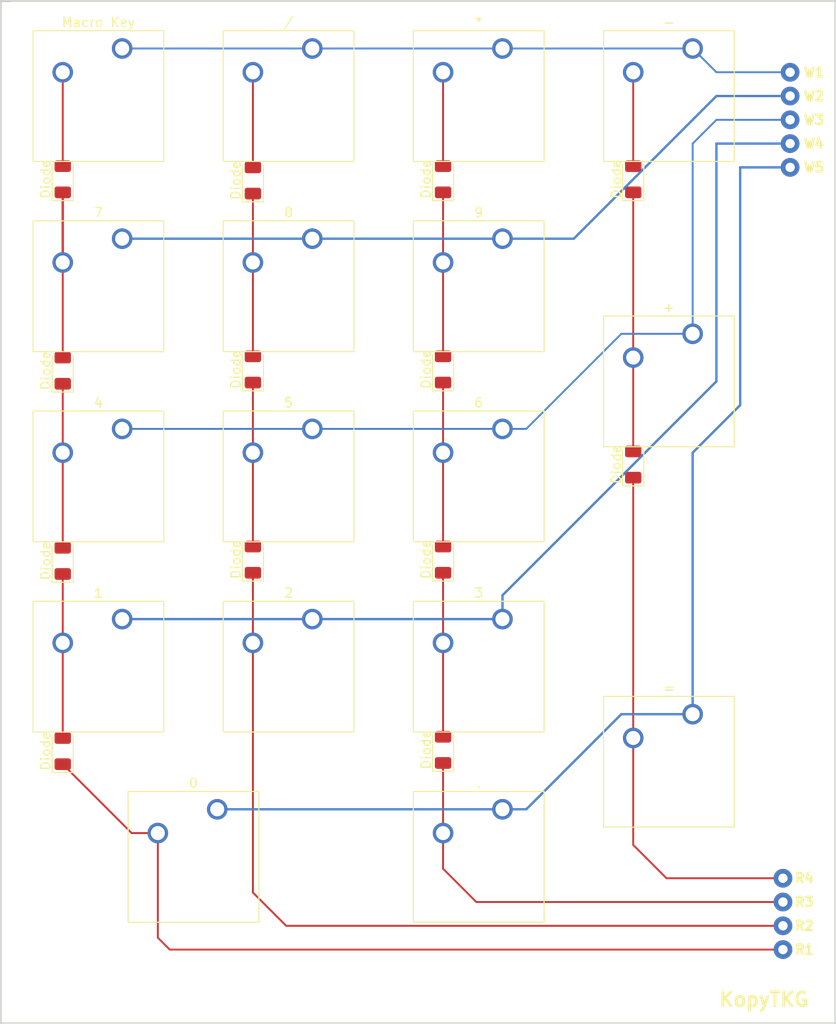
<source format=kicad_pcb>
(kicad_pcb (version 20211014) (generator pcbnew)
  (title_block (rev "2"))
  (layers (0 "F.Cu" signal) (31 "B.Cu" signal) (34 "B.Paste" user) (35 "F.Paste" user) (36 "B.SilkS" user "B.Silkscreen") (37 "F.SilkS" user "F.Silkscreen") (38 "B.Mask" user) (39 "F.Mask" user) (44 "Edge.Cuts" user))
  (net 0 "")
  (footprint "Button_Switch_Keyboard:SW_Cherry_MX_1.00u_Plate" (layer "F.Cu") (at 73.66 66.04)
    (fp_text reference "4" (at -2.54 -2.794) (layer "F.SilkS"))
    (fp_text value "SW_Cherry_MX_1.00u_Plate")
    (fp_line (start -9.525 12.065) (end -9.525 -1.905) (layer "F.SilkS") (width 0.12))
    (fp_line (start 4.445 -1.905) (end 4.445 12.065) (layer "F.SilkS") (width 0.12))
    (fp_line (start -9.525 -1.905) (end 4.445 -1.905) (layer "F.SilkS") (width 0.12))
    (fp_line (start 4.445 12.065) (end -9.525 12.065) (layer "F.SilkS") (width 0.12))
    (pad "" np_thru_hole circle (at -2.54 5.08) (size 4 4) (drill 4) (layers *.Cu *.Mask))
    (pad "1" thru_hole circle (at 0 0) (size 2.2 2.2) (drill 1.5) (layers *.Cu *.Mask))
    (pad "2" thru_hole circle (at -6.35 2.54) (size 2.2 2.2) (drill 1.5) (layers *.Cu *.Mask))
  )
  (footprint "Diode_SMD:D_1206_3216Metric" (layer "F.Cu") (at 67.31 100.46 90)
    (fp_text reference "Diode" (at 0 -1.82 90) (layer "F.SilkS"))
    (fp_text value "D_1206_3216Metric")
    (fp_line (start -2.285 -1.135) (end -2.285 1.135) (layer "F.SilkS") (width 0.12))
    (fp_line (start -2.285 1.135) (end 1.6 1.135) (layer "F.SilkS") (width 0.12))
    (fp_line (start 1.6 -1.135) (end -2.285 -1.135) (layer "F.SilkS") (width 0.12))
    (pad "1" smd roundrect (at -1.4 0 90) (size 1.25 1.75) (layers "F.Cu" "F.Paste" "F.Mask") (roundrect_rratio 0.2))
    (pad "2" smd roundrect (at 1.4 0 90) (size 1.25 1.75) (layers "F.Cu" "F.Paste" "F.Mask") (roundrect_rratio 0.2))
  )
  (footprint "Button_Switch_Keyboard:SW_Cherry_MX_1.00u_Plate" (layer "F.Cu") (at 73.66 45.72)
    (fp_text reference "7" (at -2.54 -2.794) (layer "F.SilkS"))
    (fp_text value "SW_Cherry_MX_1.00u_Plate")
    (fp_line (start -9.525 12.065) (end -9.525 -1.905) (layer "F.SilkS") (width 0.12))
    (fp_line (start 4.445 -1.905) (end 4.445 12.065) (layer "F.SilkS") (width 0.12))
    (fp_line (start 4.445 12.065) (end -9.525 12.065) (layer "F.SilkS") (width 0.12))
    (fp_line (start -9.525 -1.905) (end 4.445 -1.905) (layer "F.SilkS") (width 0.12))
    (pad "" np_thru_hole circle (at -2.54 5.08) (size 4 4) (drill 4) (layers *.Cu *.Mask))
    (pad "1" thru_hole circle (at 0 0) (size 2.2 2.2) (drill 1.5) (layers *.Cu *.Mask))
    (pad "2" thru_hole circle (at -6.35 2.54) (size 2.2 2.2) (drill 1.5) (layers *.Cu *.Mask))
  )
  (footprint "" (layer "F.Cu") (at 144.272 121.666)
    (fp_text reference "" (at 1.778 -0.254) (layer "F.SilkS") (effects (font (size 1.27 1.27))))
    (fp_text value "" (at 1.778 -0.254) (layer "F.SilkS") (effects (font (size 1.27 1.27))))
    (pad "1" thru_hole circle (at 0 0) (size 2 2) (drill 1) (layers *.Cu *.Mask))
  )
  (footprint "Button_Switch_Keyboard:SW_Cherry_MX_1.00u_Plate" (layer "F.Cu") (at 93.98 86.36)
    (fp_text reference "2" (at -2.54 -2.794) (layer "F.SilkS"))
    (fp_text value "SW_Cherry_MX_1.00u_Plate")
    (fp_line (start -9.525 -1.905) (end 4.445 -1.905) (layer "F.SilkS") (width 0.12))
    (fp_line (start 4.445 -1.905) (end 4.445 12.065) (layer "F.SilkS") (width 0.12))
    (fp_line (start 4.445 12.065) (end -9.525 12.065) (layer "F.SilkS") (width 0.12))
    (fp_line (start -9.525 12.065) (end -9.525 -1.905) (layer "F.SilkS") (width 0.12))
    (pad "" np_thru_hole circle (at -2.54 5.08) (size 4 4) (drill 4) (layers *.Cu *.Mask))
    (pad "1" thru_hole circle (at 0 0) (size 2.2 2.2) (drill 1.5) (layers *.Cu *.Mask))
    (pad "2" thru_hole circle (at -6.35 2.54) (size 2.2 2.2) (drill 1.5) (layers *.Cu *.Mask))
  )
  (footprint "" (layer "F.Cu") (at 145.034 35.56)
    (fp_text reference "" (at 4.572 -0.254) (layer "F.SilkS") (effects (font (size 1.27 1.27))))
    (fp_text value "" (at 4.572 -0.254) (layer "F.SilkS") (effects (font (size 1.27 1.27))))
    (pad "1" thru_hole circle (at 0 0) (size 2 2) (drill 1) (layers *.Cu *.Mask))
  )
  (footprint "" (layer "F.Cu") (at 145.034 38.1)
    (fp_text reference "" (at 4.572 -0.254) (layer "F.SilkS") (effects (font (size 1.27 1.27))))
    (fp_text value "" (at 4.572 -0.254) (layer "F.SilkS") (effects (font (size 1.27 1.27))))
    (pad "1" thru_hole circle (at 0 0) (size 2 2) (drill 1) (layers *.Cu *.Mask))
  )
  (footprint "Button_Switch_Keyboard:SW_Cherry_MX_2.00u_Vertical_Plate" (layer "F.Cu") (at 134.62 55.88)
    (fp_text reference "+" (at -2.54 -2.794) (layer "F.SilkS"))
    (fp_text value "SW_Cherry_MX_2.00u_Vertical_Plate")
    (fp_line (start -9.525 12.065) (end -9.525 -1.905) (layer "F.SilkS") (width 0.12))
    (fp_line (start -9.525 -1.905) (end 4.445 -1.905) (layer "F.SilkS") (width 0.12))
    (fp_line (start 4.445 12.065) (end -9.525 12.065) (layer "F.SilkS") (width 0.12))
    (fp_line (start 4.445 -1.905) (end 4.445 12.065) (layer "F.SilkS") (width 0.12))
    (pad "" np_thru_hole circle (at -2.54 5.08) (size 4 4) (drill 4) (layers *.Cu *.Mask))
    (pad "1" thru_hole circle (at 0 0) (size 2.2 2.2) (drill 1.5) (layers *.Cu *.Mask))
    (pad "2" thru_hole circle (at -6.35 2.54) (size 2.2 2.2) (drill 1.5) (layers *.Cu *.Mask))
  )
  (footprint "Diode_SMD:D_1206_3216Metric" (layer "F.Cu") (at 107.95 80.01 90)
    (fp_text reference "Diode" (at 0 -1.82 90) (layer "F.SilkS"))
    (fp_text value "D_1206_3216Metric")
    (fp_line (start -2.285 1.135) (end 1.6 1.135) (layer "F.SilkS") (width 0.12))
    (fp_line (start -2.285 -1.135) (end -2.285 1.135) (layer "F.SilkS") (width 0.12))
    (fp_line (start 1.6 -1.135) (end -2.285 -1.135) (layer "F.SilkS") (width 0.12))
    (pad "1" smd roundrect (at -1.4 0 90) (size 1.25 1.75) (layers "F.Cu" "F.Paste" "F.Mask") (roundrect_rratio 0.2))
    (pad "2" smd roundrect (at 1.4 0 90) (size 1.25 1.75) (layers "F.Cu" "F.Paste" "F.Mask") (roundrect_rratio 0.2))
  )
  (footprint "" (layer "F.Cu") (at 144.272 119.126)
    (fp_text reference "" (at 1.778 -0.254) (layer "F.SilkS") (effects (font (size 1.27 1.27))))
    (fp_text value "" (at 1.778 -0.254) (layer "F.SilkS") (effects (font (size 1.27 1.27))))
    (pad "1" thru_hole circle (at 0 0) (size 2 2) (drill 1) (layers *.Cu *.Mask))
  )
  (footprint "Diode_SMD:D_1206_3216Metric" (layer "F.Cu") (at 128.27 39.37 90)
    (fp_text reference "Diode" (at 0 -1.82 90) (layer "F.SilkS"))
    (fp_text value "D_1206_3216Metric")
    (fp_line (start 1.6 -1.135) (end -2.285 -1.135) (layer "F.SilkS") (width 0.12))
    (fp_line (start -2.285 -1.135) (end -2.285 1.135) (layer "F.SilkS") (width 0.12))
    (fp_line (start -2.285 1.135) (end 1.6 1.135) (layer "F.SilkS") (width 0.12))
    (pad "1" smd roundrect (at -1.4 0 90) (size 1.25 1.75) (layers "F.Cu" "F.Paste" "F.Mask") (roundrect_rratio 0.2))
    (pad "2" smd roundrect (at 1.4 0 90) (size 1.25 1.75) (layers "F.Cu" "F.Paste" "F.Mask") (roundrect_rratio 0.2))
  )
  (footprint "" (layer "F.Cu") (at 145.034 30.48)
    (fp_text reference "" (at 4.572 -0.254) (layer "F.SilkS") (effects (font (size 1.27 1.27))))
    (fp_text value "" (at 4.572 -0.254) (layer "F.SilkS") (effects (font (size 1.27 1.27))))
    (pad "1" thru_hole circle (at 0 0) (size 2 2) (drill 1) (layers *.Cu *.Mask))
  )
  (footprint "Diode_SMD:D_1206_3216Metric" (layer "F.Cu") (at 67.31 59.82 90)
    (fp_text reference "Diode" (at 0 -1.82 90) (layer "F.SilkS"))
    (fp_text value "D_1206_3216Metric")
    (fp_line (start 1.6 -1.135) (end -2.285 -1.135) (layer "F.SilkS") (width 0.12))
    (fp_line (start -2.285 1.135) (end 1.6 1.135) (layer "F.SilkS") (width 0.12))
    (fp_line (start -2.285 -1.135) (end -2.285 1.135) (layer "F.SilkS") (width 0.12))
    (pad "1" smd roundrect (at -1.4 0 90) (size 1.25 1.75) (layers "F.Cu" "F.Paste" "F.Mask") (roundrect_rratio 0.2))
    (pad "2" smd roundrect (at 1.4 0 90) (size 1.25 1.75) (layers "F.Cu" "F.Paste" "F.Mask") (roundrect_rratio 0.2))
  )
  (footprint "Diode_SMD:D_1206_3216Metric" (layer "F.Cu") (at 128.27 69.85 90)
    (fp_text reference "Diode" (at 0 -1.82 90) (layer "F.SilkS"))
    (fp_text value "D_1206_3216Metric")
    (fp_line (start -2.285 -1.135) (end -2.285 1.135) (layer "F.SilkS") (width 0.12))
    (fp_line (start -2.285 1.135) (end 1.6 1.135) (layer "F.SilkS") (width 0.12))
    (fp_line (start 1.6 -1.135) (end -2.285 -1.135) (layer "F.SilkS") (width 0.12))
    (pad "1" smd roundrect (at -1.4 0 90) (size 1.25 1.75) (layers "F.Cu" "F.Paste" "F.Mask") (roundrect_rratio 0.2))
    (pad "2" smd roundrect (at 1.4 0 90) (size 1.25 1.75) (layers "F.Cu" "F.Paste" "F.Mask") (roundrect_rratio 0.2))
  )
  (footprint "Diode_SMD:D_1206_3216Metric" (layer "F.Cu") (at 67.31 80.14 90)
    (fp_text reference "Diode" (at 0 -1.82 90) (layer "F.SilkS"))
    (fp_text value "D_1206_3216Metric")
    (fp_line (start 1.6 -1.135) (end -2.285 -1.135) (layer "F.SilkS") (width 0.12))
    (fp_line (start -2.285 -1.135) (end -2.285 1.135) (layer "F.SilkS") (width 0.12))
    (fp_line (start -2.285 1.135) (end 1.6 1.135) (layer "F.SilkS") (width 0.12))
    (pad "1" smd roundrect (at -1.4 0 90) (size 1.25 1.75) (layers "F.Cu" "F.Paste" "F.Mask") (roundrect_rratio 0.2))
    (pad "2" smd roundrect (at 1.4 0 90) (size 1.25 1.75) (layers "F.Cu" "F.Paste" "F.Mask") (roundrect_rratio 0.2))
  )
  (footprint "Button_Switch_Keyboard:SW_Cherry_MX_1.00u_Plate" (layer "F.Cu") (at 134.62 25.4)
    (fp_text reference "-" (at -2.54 -2.794) (layer "F.SilkS"))
    (fp_text value "SW_Cherry_MX_1.00u_Plate")
    (fp_line (start -9.525 -1.905) (end 4.445 -1.905) (layer "F.SilkS") (width 0.12))
    (fp_line (start -9.525 12.065) (end -9.525 -1.905) (layer "F.SilkS") (width 0.12))
    (fp_line (start 4.445 -1.905) (end 4.445 12.065) (layer "F.SilkS") (width 0.12))
    (fp_line (start 4.445 12.065) (end -9.525 12.065) (layer "F.SilkS") (width 0.12))
    (pad "" np_thru_hole circle (at -2.54 5.08) (size 4 4) (drill 4) (layers *.Cu *.Mask))
    (pad "1" thru_hole circle (at 0 0) (size 2.2 2.2) (drill 1.5) (layers *.Cu *.Mask))
    (pad "2" thru_hole circle (at -6.35 2.54) (size 2.2 2.2) (drill 1.5) (layers *.Cu *.Mask))
  )
  (footprint "Button_Switch_Keyboard:SW_Cherry_MX_1.00u_Plate" (layer "F.Cu") (at 114.3 25.4)
    (fp_text reference "*" (at -2.54 -2.794) (layer "F.SilkS"))
    (fp_text value "SW_Cherry_MX_1.00u_Plate")
    (fp_line (start -9.525 -1.905) (end 4.445 -1.905) (layer "F.SilkS") (width 0.12))
    (fp_line (start 4.445 12.065) (end -9.525 12.065) (layer "F.SilkS") (width 0.12))
    (fp_line (start -9.525 12.065) (end -9.525 -1.905) (layer "F.SilkS") (width 0.12))
    (fp_line (start 4.445 -1.905) (end 4.445 12.065) (layer "F.SilkS") (width 0.12))
    (pad "" np_thru_hole circle (at -2.54 5.08) (size 4 4) (drill 4) (layers *.Cu *.Mask))
    (pad "1" thru_hole circle (at 0 0) (size 2.2 2.2) (drill 1.5) (layers *.Cu *.Mask))
    (pad "2" thru_hole circle (at -6.35 2.54) (size 2.2 2.2) (drill 1.5) (layers *.Cu *.Mask))
  )
  (footprint "" (layer "F.Cu") (at 144.272 116.586)
    (fp_text reference "" (at 1.778 -0.254) (layer "F.SilkS") (effects (font (size 1.27 1.27))))
    (fp_text value "" (at 1.778 -0.254) (layer "F.SilkS") (effects (font (size 1.27 1.27))))
    (pad "1" thru_hole circle (at 0 0) (size 2 2) (drill 1) (layers *.Cu *.Mask))
  )
  (footprint "" (layer "F.Cu") (at 145.034 33.02)
    (fp_text reference "" (at 4.572 -0.254) (layer "F.SilkS") (effects (font (size 1.27 1.27))))
    (fp_text value "" (at 4.572 -0.254) (layer "F.SilkS") (effects (font (size 1.27 1.27))))
    (pad "1" thru_hole circle (at 0 0) (size 2 2) (drill 1) (layers *.Cu *.Mask))
  )
  (footprint "Button_Switch_Keyboard:SW_Cherry_MX_1.00u_Plate" (layer "F.Cu") (at 114.3 86.36)
    (fp_text reference "3" (at -2.54 -2.794) (layer "F.SilkS"))
    (fp_text value "SW_Cherry_MX_1.00u_Plate")
    (fp_line (start 4.445 12.065) (end -9.525 12.065) (layer "F.SilkS") (width 0.12))
    (fp_line (start -9.525 -1.905) (end 4.445 -1.905) (layer "F.SilkS") (width 0.12))
    (fp_line (start 4.445 -1.905) (end 4.445 12.065) (layer "F.SilkS") (width 0.12))
    (fp_line (start -9.525 12.065) (end -9.525 -1.905) (layer "F.SilkS") (width 0.12))
    (pad "" np_thru_hole circle (at -2.54 5.08) (size 4 4) (drill 4) (layers *.Cu *.Mask))
    (pad "1" thru_hole circle (at 0 0) (size 2.2 2.2) (drill 1.5) (layers *.Cu *.Mask))
    (pad "2" thru_hole circle (at -6.35 2.54) (size 2.2 2.2) (drill 1.5) (layers *.Cu *.Mask))
  )
  (footprint "Diode_SMD:D_1206_3216Metric" (layer "F.Cu") (at 67.31 39.37 90)
    (fp_text reference "Diode" (at 0 -1.82 90) (layer "F.SilkS"))
    (fp_text value "D_1206_3216Metric")
    (fp_line (start -2.285 -1.135) (end -2.285 1.135) (layer "F.SilkS") (width 0.12))
    (fp_line (start 1.6 -1.135) (end -2.285 -1.135) (layer "F.SilkS") (width 0.12))
    (fp_line (start -2.285 1.135) (end 1.6 1.135) (layer "F.SilkS") (width 0.12))
    (pad "1" smd roundrect (at -1.4 0 90) (size 1.25 1.75) (layers "F.Cu" "F.Paste" "F.Mask") (roundrect_rratio 0.2))
    (pad "2" smd roundrect (at 1.4 0 90) (size 1.25 1.75) (layers "F.Cu" "F.Paste" "F.Mask") (roundrect_rratio 0.2))
  )
  (footprint "Diode_SMD:D_1206_3216Metric" (layer "F.Cu") (at 87.63 80.01 90)
    (fp_text reference "Diode" (at 0 -1.82 90) (layer "F.SilkS"))
    (fp_text value "D_1206_3216Metric")
    (fp_line (start 1.6 -1.135) (end -2.285 -1.135) (layer "F.SilkS") (width 0.12))
    (fp_line (start -2.285 1.135) (end 1.6 1.135) (layer "F.SilkS") (width 0.12))
    (fp_line (start -2.285 -1.135) (end -2.285 1.135) (layer "F.SilkS") (width 0.12))
    (pad "1" smd roundrect (at -1.4 0 90) (size 1.25 1.75) (layers "F.Cu" "F.Paste" "F.Mask") (roundrect_rratio 0.2))
    (pad "2" smd roundrect (at 1.4 0 90) (size 1.25 1.75) (layers "F.Cu" "F.Paste" "F.Mask") (roundrect_rratio 0.2))
  )
  (footprint "Diode_SMD:D_1206_3216Metric" (layer "F.Cu") (at 107.95 59.69 90)
    (fp_text reference "Diode" (at 0 -1.82 90) (layer "F.SilkS"))
    (fp_text value "D_1206_3216Metric")
    (fp_line (start -2.285 1.135) (end 1.6 1.135) (layer "F.SilkS") (width 0.12))
    (fp_line (start -2.285 -1.135) (end -2.285 1.135) (layer "F.SilkS") (width 0.12))
    (fp_line (start 1.6 -1.135) (end -2.285 -1.135) (layer "F.SilkS") (width 0.12))
    (pad "1" smd roundrect (at -1.4 0 90) (size 1.25 1.75) (layers "F.Cu" "F.Paste" "F.Mask") (roundrect_rratio 0.2))
    (pad "2" smd roundrect (at 1.4 0 90) (size 1.25 1.75) (layers "F.Cu" "F.Paste" "F.Mask") (roundrect_rratio 0.2))
  )
  (footprint "Diode_SMD:D_1206_3216Metric" (layer "F.Cu") (at 87.63 39.5 90)
    (fp_text reference "Diode" (at 0 -1.82 90) (layer "F.SilkS"))
    (fp_text value "D_1206_3216Metric")
    (fp_line (start -2.285 -1.135) (end -2.285 1.135) (layer "F.SilkS") (width 0.12))
    (fp_line (start 1.6 -1.135) (end -2.285 -1.135) (layer "F.SilkS") (width 0.12))
    (fp_line (start -2.285 1.135) (end 1.6 1.135) (layer "F.SilkS") (width 0.12))
    (pad "1" smd roundrect (at -1.4 0 90) (size 1.25 1.75) (layers "F.Cu" "F.Paste" "F.Mask") (roundrect_rratio 0.2))
    (pad "2" smd roundrect (at 1.4 0 90) (size 1.25 1.75) (layers "F.Cu" "F.Paste" "F.Mask") (roundrect_rratio 0.2))
  )
  (footprint "Button_Switch_Keyboard:SW_Cherry_MX_1.00u_Plate" (layer "F.Cu") (at 114.3 66.04)
    (fp_text reference "6" (at -2.54 -2.794) (layer "F.SilkS"))
    (fp_text value "SW_Cherry_MX_1.00u_Plate")
    (fp_line (start -9.525 -1.905) (end 4.445 -1.905) (layer "F.SilkS") (width 0.12))
    (fp_line (start 4.445 -1.905) (end 4.445 12.065) (layer "F.SilkS") (width 0.12))
    (fp_line (start -9.525 12.065) (end -9.525 -1.905) (layer "F.SilkS") (width 0.12))
    (fp_line (start 4.445 12.065) (end -9.525 12.065) (layer "F.SilkS") (width 0.12))
    (pad "" np_thru_hole circle (at -2.54 5.08) (size 4 4) (drill 4) (layers *.Cu *.Mask))
    (pad "1" thru_hole circle (at 0 0) (size 2.2 2.2) (drill 1.5) (layers *.Cu *.Mask))
    (pad "2" thru_hole circle (at -6.35 2.54) (size 2.2 2.2) (drill 1.5) (layers *.Cu *.Mask))
  )
  (footprint "Button_Switch_Keyboard:SW_Cherry_MX_2.00u_Vertical_Plate" (layer "F.Cu") (at 134.62 96.52)
    (fp_text reference "=" (at -2.54 -2.794) (layer "F.SilkS"))
    (fp_text value "SW_Cherry_MX_2.00u_Vertical_Plate")
    (fp_line (start -9.525 12.065) (end -9.525 -1.905) (layer "F.SilkS") (width 0.12))
    (fp_line (start -9.525 -1.905) (end 4.445 -1.905) (layer "F.SilkS") (width 0.12))
    (fp_line (start 4.445 12.065) (end -9.525 12.065) (layer "F.SilkS") (width 0.12))
    (fp_line (start 4.445 -1.905) (end 4.445 12.065) (layer "F.SilkS") (width 0.12))
    (pad "" np_thru_hole circle (at -2.54 5.08) (size 4 4) (drill 4) (layers *.Cu *.Mask))
    (pad "1" thru_hole circle (at 0 0) (size 2.2 2.2) (drill 1.5) (layers *.Cu *.Mask))
    (pad "2" thru_hole circle (at -6.35 2.54) (size 2.2 2.2) (drill 1.5) (layers *.Cu *.Mask))
  )
  (footprint "" (layer "F.Cu") (at 144.272 114.046)
    (fp_text reference "" (at 1.778 -0.254) (layer "F.SilkS") (effects (font (size 1.27 1.27))))
    (fp_text value "" (at 1.778 -0.254) (layer "F.SilkS") (effects (font (size 1.27 1.27))))
    (pad "1" thru_hole circle (at 0 0) (size 2 2) (drill 1) (layers *.Cu *.Mask))
  )
  (footprint "Button_Switch_Keyboard:SW_Cherry_MX_1.75u_Plate" (layer "F.Cu") (at 83.82 106.68)
    (fp_text reference "0" (at -2.54 -2.794) (layer "F.SilkS"))
    (fp_text value "SW_Cherry_MX_1.75u_Plate")
    (fp_line (start 4.445 12.065) (end -9.525 12.065) (layer "F.SilkS") (width 0.12))
    (fp_line (start -9.525 12.065) (end -9.525 -1.905) (layer "F.SilkS") (width 0.12))
    (fp_line (start -9.525 -1.905) (end 4.445 -1.905) (layer "F.SilkS") (width 0.12))
    (fp_line (start 4.445 -1.905) (end 4.445 12.065) (layer "F.SilkS") (width 0.12))
    (pad "" np_thru_hole circle (at -2.54 5.08) (size 4 4) (drill 4) (layers *.Cu *.Mask))
    (pad "1" thru_hole circle (at 0 0) (size 2.2 2.2) (drill 1.5) (layers *.Cu *.Mask))
    (pad "2" thru_hole circle (at -6.35 2.54) (size 2.2 2.2) (drill 1.5) (layers *.Cu *.Mask))
  )
  (footprint "Diode_SMD:D_1206_3216Metric" (layer "F.Cu") (at 107.95 100.33 90)
    (fp_text reference "Diode" (at 0 -1.82 90) (layer "F.SilkS"))
    (fp_text value "D_1206_3216Metric")
    (fp_line (start -2.285 1.135) (end 1.6 1.135) (layer "F.SilkS") (width 0.12))
    (fp_line (start 1.6 -1.135) (end -2.285 -1.135) (layer "F.SilkS") (width 0.12))
    (fp_line (start -2.285 -1.135) (end -2.285 1.135) (layer "F.SilkS") (width 0.12))
    (pad "1" smd roundrect (at -1.4 0 90) (size 1.25 1.75) (layers "F.Cu" "F.Paste" "F.Mask") (roundrect_rratio 0.2))
    (pad "2" smd roundrect (at 1.4 0 90) (size 1.25 1.75) (layers "F.Cu" "F.Paste" "F.Mask") (roundrect_rratio 0.2))
  )
  (footprint "Diode_SMD:D_1206_3216Metric" (layer "F.Cu") (at 107.95 39.37 90)
    (fp_text reference "Diode" (at 0 -1.82 90) (layer "F.SilkS"))
    (fp_text value "D_1206_3216Metric")
    (fp_line (start -2.285 -1.135) (end -2.285 1.135) (layer "F.SilkS") (width 0.12))
    (fp_line (start 1.6 -1.135) (end -2.285 -1.135) (layer "F.SilkS") (width 0.12))
    (fp_line (start -2.285 1.135) (end 1.6 1.135) (layer "F.SilkS") (width 0.12))
    (pad "1" smd roundrect (at -1.4 0 90) (size 1.25 1.75) (layers "F.Cu" "F.Paste" "F.Mask") (roundrect_rratio 0.2))
    (pad "2" smd roundrect (at 1.4 0 90) (size 1.25 1.75) (layers "F.Cu" "F.Paste" "F.Mask") (roundrect_rratio 0.2))
  )
  (footprint "Button_Switch_Keyboard:SW_Cherry_MX_1.00u_Plate" (layer "F.Cu") (at 93.98 45.72)
    (fp_text reference "8" (at -2.54 -2.794) (layer "F.SilkS"))
    (fp_text value "SW_Cherry_MX_1.00u_Plate")
    (fp_line (start 4.445 -1.905) (end 4.445 12.065) (layer "F.SilkS") (width 0.12))
    (fp_line (start -9.525 -1.905) (end 4.445 -1.905) (layer "F.SilkS") (width 0.12))
    (fp_line (start -9.525 12.065) (end -9.525 -1.905) (layer "F.SilkS") (width 0.12))
    (fp_line (start 4.445 12.065) (end -9.525 12.065) (layer "F.SilkS") (width 0.12))
    (pad "" np_thru_hole circle (at -2.54 5.08) (size 4 4) (drill 4) (layers *.Cu *.Mask))
    (pad "1" thru_hole circle (at 0 0) (size 2.2 2.2) (drill 1.5) (layers *.Cu *.Mask))
    (pad "2" thru_hole circle (at -6.35 2.54) (size 2.2 2.2) (drill 1.5) (layers *.Cu *.Mask))
  )
  (footprint "Diode_SMD:D_1206_3216Metric" (layer "F.Cu") (at 87.63 59.69 90)
    (fp_text reference "Diode" (at 0 -1.82 90) (layer "F.SilkS"))
    (fp_text value "D_1206_3216Metric")
    (fp_line (start 1.6 -1.135) (end -2.285 -1.135) (layer "F.SilkS") (width 0.12))
    (fp_line (start -2.285 -1.135) (end -2.285 1.135) (layer "F.SilkS") (width 0.12))
    (fp_line (start -2.285 1.135) (end 1.6 1.135) (layer "F.SilkS") (width 0.12))
    (pad "1" smd roundrect (at -1.4 0 90) (size 1.25 1.75) (layers "F.Cu" "F.Paste" "F.Mask") (roundrect_rratio 0.2))
    (pad "2" smd roundrect (at 1.4 0 90) (size 1.25 1.75) (layers "F.Cu" "F.Paste" "F.Mask") (roundrect_rratio 0.2))
  )
  (footprint "Button_Switch_Keyboard:SW_Cherry_MX_1.00u_Plate" (layer "F.Cu") (at 114.3 106.68)
    (fp_text reference "." (at -2.54 -2.794) (layer "F.SilkS"))
    (fp_text value "SW_Cherry_MX_1.00u_Plate")
    (fp_line (start 4.445 -1.905) (end 4.445 12.065) (layer "F.SilkS") (width 0.12))
    (fp_line (start 4.445 12.065) (end -9.525 12.065) (layer "F.SilkS") (width 0.12))
    (fp_line (start -9.525 -1.905) (end 4.445 -1.905) (layer "F.SilkS") (width 0.12))
    (fp_line (start -9.525 12.065) (end -9.525 -1.905) (layer "F.SilkS") (width 0.12))
    (pad "" np_thru_hole circle (at -2.54 5.08) (size 4 4) (drill 4) (layers *.Cu *.Mask))
    (pad "1" thru_hole circle (at 0 0) (size 2.2 2.2) (drill 1.5) (layers *.Cu *.Mask))
    (pad "2" thru_hole circle (at -6.35 2.54) (size 2.2 2.2) (drill 1.5) (layers *.Cu *.Mask))
  )
  (footprint "Button_Switch_Keyboard:SW_Cherry_MX_1.00u_Plate" (layer "F.Cu") (at 93.98 66.04)
    (fp_text reference "5" (at -2.54 -2.794) (layer "F.SilkS"))
    (fp_text value "SW_Cherry_MX_1.00u_Plate")
    (fp_line (start -9.525 12.065) (end -9.525 -1.905) (layer "F.SilkS") (width 0.12))
    (fp_line (start -9.525 -1.905) (end 4.445 -1.905) (layer "F.SilkS") (width 0.12))
    (fp_line (start 4.445 12.065) (end -9.525 12.065) (layer "F.SilkS") (width 0.12))
    (fp_line (start 4.445 -1.905) (end 4.445 12.065) (layer "F.SilkS") (width 0.12))
    (pad "" np_thru_hole circle (at -2.54 5.08) (size 4 4) (drill 4) (layers *.Cu *.Mask))
    (pad "1" thru_hole circle (at 0 0) (size 2.2 2.2) (drill 1.5) (layers *.Cu *.Mask))
    (pad "2" thru_hole circle (at -6.35 2.54) (size 2.2 2.2) (drill 1.5) (layers *.Cu *.Mask))
  )
  (footprint "Button_Switch_Keyboard:SW_Cherry_MX_1.00u_Plate" (layer "F.Cu") (at 73.66 25.4)
    (fp_text reference "Macro Key" (at -2.54 -2.794) (layer "F.SilkS"))
    (fp_text value "SW_Cherry_MX_1.00u_Plate")
    (fp_line (start -9.525 -1.905) (end 4.445 -1.905) (layer "F.SilkS") (width 0.12))
    (fp_line (start 4.445 12.065) (end -9.525 12.065) (layer "F.SilkS") (width 0.12))
    (fp_line (start 4.445 -1.905) (end 4.445 12.065) (layer "F.SilkS") (width 0.12))
    (fp_line (start -9.525 12.065) (end -9.525 -1.905) (layer "F.SilkS") (width 0.12))
    (pad "" np_thru_hole circle (at -2.54 5.08) (size 4 4) (drill 4) (layers *.Cu *.Mask))
    (pad "1" thru_hole circle (at 0 0) (size 2.2 2.2) (drill 1.5) (layers *.Cu *.Mask))
    (pad "2" thru_hole circle (at -6.35 2.54) (size 2.2 2.2) (drill 1.5) (layers *.Cu *.Mask))
  )
  (footprint "Button_Switch_Keyboard:SW_Cherry_MX_1.00u_Plate" (layer "F.Cu") (at 73.66 86.36)
    (fp_text reference "1" (at -2.54 -2.794) (layer "F.SilkS"))
    (fp_text value "SW_Cherry_MX_1.00u_Plate")
    (fp_line (start -9.525 12.065) (end -9.525 -1.905) (layer "F.SilkS") (width 0.12))
    (fp_line (start -9.525 -1.905) (end 4.445 -1.905) (layer "F.SilkS") (width 0.12))
    (fp_line (start 4.445 12.065) (end -9.525 12.065) (layer "F.SilkS") (width 0.12))
    (fp_line (start 4.445 -1.905) (end 4.445 12.065) (layer "F.SilkS") (width 0.12))
    (pad "" np_thru_hole circle (at -2.54 5.08) (size 4 4) (drill 4) (layers *.Cu *.Mask))
    (pad "1" thru_hole circle (at 0 0) (size 2.2 2.2) (drill 1.5) (layers *.Cu *.Mask))
    (pad "2" thru_hole circle (at -6.35 2.54) (size 2.2 2.2) (drill 1.5) (layers *.Cu *.Mask))
  )
  (footprint "Button_Switch_Keyboard:SW_Cherry_MX_1.00u_Plate" (layer "F.Cu") (at 114.3 45.72)
    (fp_text reference "9" (at -2.54 -2.794) (layer "F.SilkS"))
    (fp_text value "SW_Cherry_MX_1.00u_Plate")
    (fp_line (start 4.445 12.065) (end -9.525 12.065) (layer "F.SilkS") (width 0.12))
    (fp_line (start -9.525 12.065) (end -9.525 -1.905) (layer "F.SilkS") (width 0.12))
    (fp_line (start -9.525 -1.905) (end 4.445 -1.905) (layer "F.SilkS") (width 0.12))
    (fp_line (start 4.445 -1.905) (end 4.445 12.065) (layer "F.SilkS") (width 0.12))
    (pad "" np_thru_hole circle (at -2.54 5.08) (size 4 4) (drill 4) (layers *.Cu *.Mask))
    (pad "1" thru_hole circle (at 0 0) (size 2.2 2.2) (drill 1.5) (layers *.Cu *.Mask))
    (pad "2" thru_hole circle (at -6.35 2.54) (size 2.2 2.2) (drill 1.5) (layers *.Cu *.Mask))
  )
  (footprint "" (layer "F.Cu") (at 145.034 27.94)
    (fp_text reference "" (at 4.572 -0.254) (layer "F.SilkS") (effects (font (size 1.27 1.27))))
    (fp_text value "" (at 4.572 -0.254) (layer "F.SilkS") (effects (font (size 1.27 1.27))))
    (pad "1" thru_hole circle (at 0 0) (size 2 2) (drill 1) (layers *.Cu *.Mask))
  )
  (footprint "Button_Switch_Keyboard:SW_Cherry_MX_1.00u_Plate" (layer "F.Cu") (at 93.98 25.4)
    (fp_text reference "/" (at -2.54 -2.794) (layer "F.SilkS"))
    (fp_text value "SW_Cherry_MX_1.00u_Plate")
    (fp_line (start 4.445 12.065) (end -9.525 12.065) (layer "F.SilkS") (width 0.12))
    (fp_line (start -9.525 -1.905) (end 4.445 -1.905) (layer "F.SilkS") (width 0.12))
    (fp_line (start -9.525 12.065) (end -9.525 -1.905) (layer "F.SilkS") (width 0.12))
    (fp_line (start 4.445 -1.905) (end 4.445 12.065) (layer "F.SilkS") (width 0.12))
    (pad "" np_thru_hole circle (at -2.54 5.08) (size 4 4) (drill 4) (layers *.Cu *.Mask))
    (pad "1" thru_hole circle (at 0 0) (size 2.2 2.2) (drill 1.5) (layers *.Cu *.Mask))
    (pad "2" thru_hole circle (at -6.35 2.54) (size 2.2 2.2) (drill 1.5) (layers *.Cu *.Mask))
  )
  (gr_circle (center 144.272 114.046) (end 144.272 114.046) (layer "F.Cu") (width 0.2) (fill none))
  (gr_line (start 60.706 20.32) (end 61.722 20.32) (layer "F.Cu") (width 0.2))
  (gr_rect (start 149.86 20.32) (end 60.706 129.54) (layer "Edge.Cuts") (width 0.2) (fill none))
  (gr_text "W4\n" (at 147.574 35.56) (layer "F.SilkS") (effects (font (size 1 1) (thickness 0.25))))
  (gr_text "R2\n" (at 146.558 119.126) (layer "F.SilkS") (effects (font (size 1 1) (thickness 0.25))))
  (gr_text "W2\n" (at 147.574 30.48) (layer "F.SilkS") (effects (font (size 1 1) (thickness 0.25))))
  (gr_text "W3" (at 147.574 33.02) (layer "F.SilkS") (effects (font (size 1 1) (thickness 0.25))))
  (gr_text "R4" (at 146.558 114.046) (layer "F.SilkS") (effects (font (size 1 1) (thickness 0.25))))
  (gr_text "W1\n" (at 147.574 27.94) (layer "F.SilkS") (effects (font (size 1 1) (thickness 0.25))))
  (gr_text "R1" (at 146.558 121.666) (layer "F.SilkS") (effects (font (size 1 1) (thickness 0.25))))
  (gr_text "W5" (at 147.574 38.1) (layer "F.SilkS") (effects (font (size 1 1) (thickness 0.25))))
  (gr_text "R3" (at 146.558 116.586) (layer "F.SilkS") (effects (font (size 1 1) (thickness 0.25))))
  (gr_text "KopyTKG" (at 142.24 127) (layer "F.SilkS") (effects (font (size 1.5 1.5) (thickness 0.3))))
  (segment (start 87.63 40.9) (end 87.63 48.26) (width 0.2) (layer "F.Cu") (net 0))
  (segment (start 67.31 88.9) (end 67.31 99.06) (width 0.2) (layer "F.Cu") (net 0))
  (segment (start 87.63 115.57) (end 91.186 119.126) (width 0.2) (layer "F.Cu") (net 0))
  (segment (start 128.27 99.06) (end 128.27 110.49) (width 0.2) (layer "F.Cu") (net 0))
  (segment (start 67.31 61.22) (end 67.31 68.58) (width 0.2) (layer "F.Cu") (net 0))
  (segment (start 67.31 40.77) (end 67.31 48.26) (width 0.25) (layer "F.Cu") (net 0))
  (segment (start 128.27 71.25) (end 128.27 99.06) (width 0.2) (layer "F.Cu") (net 0))
  (segment (start 107.95 88.9) (end 107.95 98.93) (width 0.2) (layer "F.Cu") (net 0))
  (segment (start 87.63 88.9) (end 87.63 115.57) (width 0.2) (layer "F.Cu") (net 0))
  (segment (start 107.95 61.09) (end 107.95 68.58) (width 0.2) (layer "F.Cu") (net 0))
  (segment (start 107.95 27.94) (end 107.95 37.97) (width 0.2) (layer "F.Cu") (net 0))
  (segment (start 67.31 68.58) (end 67.31 78.74) (width 0.2) (layer "F.Cu") (net 0))
  (segment (start 128.27 40.77) (end 128.27 58.42) (width 0.2) (layer "F.Cu") (net 0))
  (segment (start 78.74 121.666) (end 144.272 121.666) (width 0.2) (layer "F.Cu") (net 0))
  (segment (start 87.63 48.26) (end 87.63 58.29) (width 0.2) (layer "F.Cu") (net 0))
  (segment (start 107.95 113.03) (end 111.506 116.586) (width 0.2) (layer "F.Cu") (net 0))
  (segment (start 107.95 109.22) (end 107.95 113.03) (width 0.2) (layer "F.Cu") (net 0))
  (segment (start 87.63 81.41) (end 87.63 88.9) (width 0.2) (layer "F.Cu") (net 0))
  (segment (start 128.27 110.49) (end 131.826 114.046) (width 0.2) (layer "F.Cu") (net 0))
  (segment (start 77.47 120.396) (end 78.74 121.666) (width 0.2) (layer "F.Cu") (net 0))
  (segment (start 111.506 116.586) (end 144.272 116.586) (width 0.2) (layer "F.Cu") (net 0))
  (segment (start 87.63 68.58) (end 87.63 78.61) (width 0.2) (layer "F.Cu") (net 0))
  (segment (start 67.31 48.26) (end 67.31 58.42) (width 0.2) (layer "F.Cu") (net 0))
  (segment (start 131.826 114.046) (end 144.272 114.046) (width 0.2) (layer "F.Cu") (net 0))
  (segment (start 87.63 27.94) (end 87.63 38.1) (width 0.2) (layer "F.Cu") (net 0))
  (segment (start 87.63 61.09) (end 87.63 68.58) (width 0.2) (layer "F.Cu") (net 0))
  (segment (start 128.27 27.94) (end 128.27 37.97) (width 0.2) (layer "F.Cu") (net 0))
  (segment (start 107.95 40.77) (end 107.95 48.26) (width 0.2) (layer "F.Cu") (net 0))
  (segment (start 74.67 109.22) (end 77.47 109.22) (width 0.2) (layer "F.Cu") (net 0))
  (segment (start 67.31 81.54) (end 67.31 88.9) (width 0.2) (layer "F.Cu") (net 0))
  (segment (start 67.31 27.94) (end 67.31 37.97) (width 0.2) (layer "F.Cu") (net 0))
  (segment (start 107.95 48.26) (end 107.95 58.29) (width 0.2) (layer "F.Cu") (net 0))
  (segment (start 77.47 109.22) (end 77.47 120.396) (width 0.2) (layer "F.Cu") (net 0))
  (segment (start 107.95 68.58) (end 107.95 78.61) (width 0.2) (layer "F.Cu") (net 0))
  (segment (start 91.186 119.126) (end 144.272 119.126) (width 0.2) (layer "F.Cu") (net 0))
  (segment (start 128.27 58.42) (end 128.27 68.45) (width 0.2) (layer "F.Cu") (net 0))
  (segment (start 107.95 101.73) (end 107.95 109.22) (width 0.2) (layer "F.Cu") (net 0))
  (segment (start 107.95 81.41) (end 107.95 88.9) (width 0.2) (layer "F.Cu") (net 0))
  (segment (start 67.31 101.86) (end 74.67 109.22) (width 0.2) (layer "F.Cu") (net 0))
  (segment (start 145.288 30.48) (end 137.16 30.48) (width 0.25) (layer "B.Cu") (net 0))
  (segment (start 139.7 63.5) (end 134.62 68.58) (width 0.25) (layer "B.Cu") (net 0))
  (segment (start 114.3 66.04) (end 116.84 66.04) (width 0.2) (layer "B.Cu") (net 0))
  (segment (start 134.62 35.56) (end 134.62 55.88) (width 0.2) (layer "B.Cu") (net 0))
  (segment (start 145.034 35.56) (end 137.16 35.56) (width 0.25) (layer "B.Cu") (net 0))
  (segment (start 116.84 66.04) (end 127 55.88) (width 0.2) (layer "B.Cu") (net 0))
  (segment (start 93.98 45.72) (end 114.3 45.72) (width 0.25) (layer "B.Cu") (net 0))
  (segment (start 73.66 45.72) (end 93.98 45.72) (width 0.25) (layer "B.Cu") (net 0))
  (segment (start 137.16 60.96) (end 114.3 83.82) (width 0.25) (layer "B.Cu") (net 0))
  (segment (start 137.16 33.02) (end 134.62 35.56) (width 0.2) (layer "B.Cu") (net 0))
  (segment (start 93.98 86.36) (end 114.3 86.36) (width 0.25) (layer "B.Cu") (net 0))
  (segment (start 116.84 106.68) (end 127 96.52) (width 0.25) (layer "B.Cu") (net 0))
  (segment (start 93.98 25.4) (end 114.3 25.4) (width 0.2) (layer "B.Cu") (net 0))
  (segment (start 137.16 35.56) (end 137.16 60.96) (width 0.25) (layer "B.Cu") (net 0))
  (segment (start 73.66 25.4) (end 93.98 25.4) (width 0.2) (layer "B.Cu") (net 0))
  (segment (start 137.16 30.48) (end 121.92 45.72) (width 0.25) (layer "B.Cu") (net 0))
  (segment (start 114.3 106.68) (end 116.84 106.68) (width 0.25) (layer "B.Cu") (net 0))
  (segment (start 127 55.88) (end 134.62 55.88) (width 0.2) (layer "B.Cu") (net 0))
  (segment (start 144.78 27.94) (end 137.16 27.94) (width 0.2) (layer "B.Cu") (net 0))
  (segment (start 137.16 27.94) (end 134.62 25.4) (width 0.2) (layer "B.Cu") (net 0))
  (segment (start 145.034 38.1) (end 139.7 38.1) (width 0.25) (layer "B.Cu") (net 0))
  (segment (start 134.62 68.58) (end 134.62 96.52) (width 0.25) (layer "B.Cu") (net 0))
  (segment (start 114.3 25.4) (end 134.62 25.4) (width 0.2) (layer "B.Cu") (net 0))
  (segment (start 139.7 38.1) (end 139.7 63.5) (width 0.25) (layer "B.Cu") (net 0))
  (segment (start 114.3 83.82) (end 114.3 86.36) (width 0.25) (layer "B.Cu") (net 0))
  (segment (start 73.66 66.04) (end 93.98 66.04) (width 0.2) (layer "B.Cu") (net 0))
  (segment (start 127 96.52) (end 134.62 96.52) (width 0.25) (layer "B.Cu") (net 0))
  (segment (start 145.034 33.02) (end 137.16 33.02) (width 0.2) (layer "B.Cu") (net 0))
  (segment (start 121.92 45.72) (end 114.3 45.72) (width 0.25) (layer "B.Cu") (net 0))
  (segment (start 83.82 106.68) (end 114.3 106.68) (width 0.25) (layer "B.Cu") (net 0))
  (segment (start 93.98 66.04) (end 114.3 66.04) (width 0.2) (layer "B.Cu") (net 0))
  (segment (start 73.66 86.36) (end 93.98 86.36) (width 0.25) (layer "B.Cu") (net 0))
)
</source>
